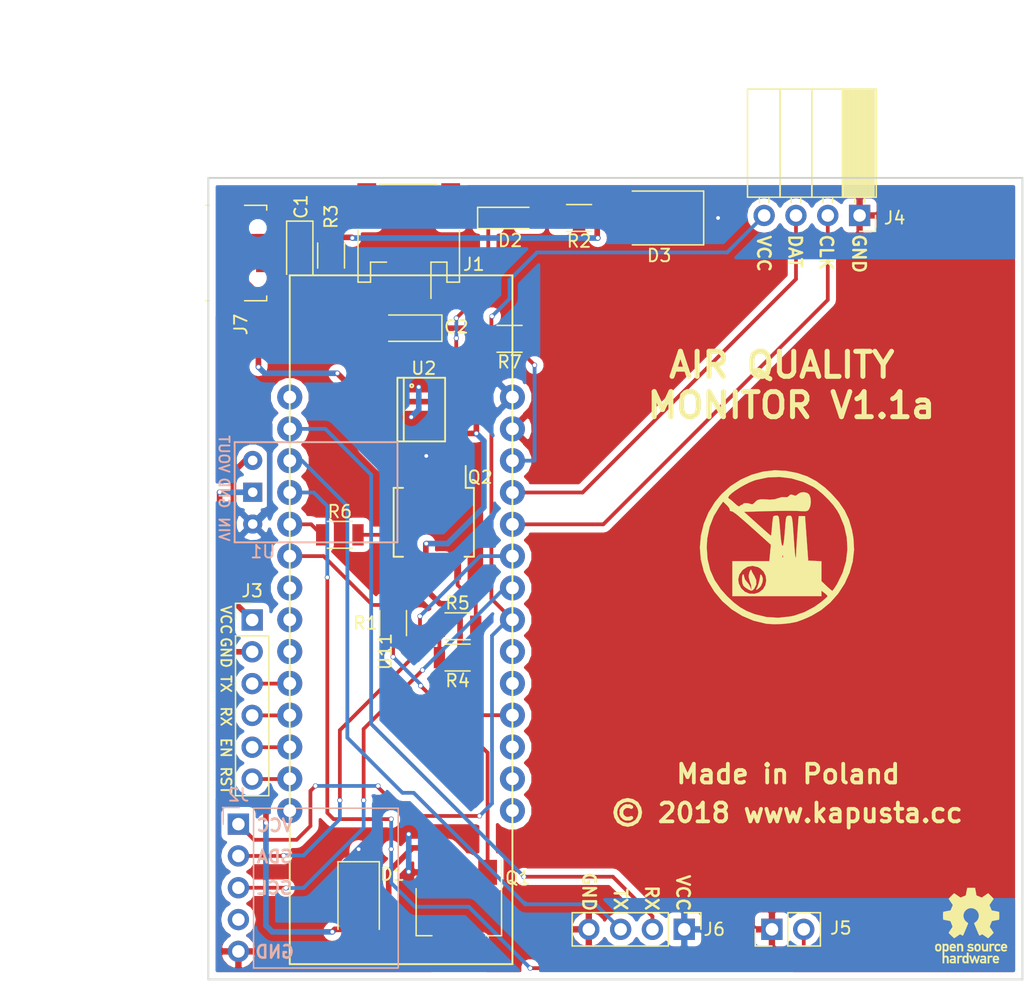
<source format=kicad_pcb>
(kicad_pcb (version 4) (host pcbnew 4.0.7)
  (layers (0 F.Cu signal) (31 B.Cu signal) (34 B.Paste user) (35 F.Paste user) (36 B.SilkS user) (37 F.SilkS user) (38 B.Mask user) (39 F.Mask user) (44 Edge.Cuts user))
  (net 0 "")
  (net 1 VCC)
  (net 2 RTC_SDA)
  (net 3 RTC_SCL)
  (net 4 5V)
  (net 5 "Net-(J3-Pad3)")
  (net 6 "Net-(J3-Pad4)")
  (net 7 "Net-(J3-Pad5)")
  (net 8 "Net-(J3-Pad6)")
  (net 9 SHT10_SCK)
  (net 10 SHT10_DATA)
  (net 11 "Net-(Q1-Pad1)")
  (net 12 PMS_EN)
  (net 13 RX)
  (net 14 TX)
  (net 15 P2)
  (net 16 5V_GND)
  (net 17 +USB)
  (net 18 -USB)
  (net 19 VBATT+)
  (net 20 "Net-(D2-Pad2)")
  (net 21 "Net-(D2-Pad1)")
  (net 22 ADC_EN)
  (net 23 "Net-(Q2-Pad8)")
  (net 24 ADC)
  (net 25 "Net-(J7-Pad6)")
  (net 26 "Net-(Q2-Pad2)")
  (net 27 SHT_RTC_VCC)
  (net 28 3V3)
  (module Capacitors_Tantalum_SMD:CP_Tantalum_Case-A_EIA-3216-18_Reflow (layer F.Cu) (at 71 45.7 270)
    (fp_text reference C1 (at -3.8 -0.1 270) (layer F.SilkS))
    (fp_text value 4.7uF)
    (pad 1 smd rect (at -1.375 0 270) (size 1.95 1.5) (layers F.Cu F.Paste F.Mask) (net 17 +USB))
    (pad 2 smd rect (at 1.375 0 270) (size 1.95 1.5) (layers F.Cu F.Paste F.Mask) (net 18 -USB))
  )
  (module Capacitors_Tantalum_SMD:CP_Tantalum_Case-A_EIA-3216-18_Reflow (layer F.Cu) (at 79.7 51.6 180)
    (fp_text reference C2 (at -3.8 0.1 180) (layer F.SilkS))
    (fp_text value 10uF)
    (pad 1 smd rect (at -1.375 0 180) (size 1.95 1.5) (layers F.Cu F.Paste F.Mask) (net 19 VBATT+))
    (pad 2 smd rect (at 1.375 0 180) (size 1.95 1.5) (layers F.Cu F.Paste F.Mask) (net 18 -USB))
  )
  (module Diodes_SMD:D_SMA (layer F.Cu) (at 75.7 97.6 270)
    (fp_text reference D1 (at -2.4 -2.7 360) (layer F.SilkS))
    (fp_text value D)
    (pad 1 smd rect (at -2 0 270) (size 2.5 1.8) (layers F.Cu F.Paste F.Mask) (net 1 VCC))
    (pad 2 smd rect (at 2 0 270) (size 2.5 1.8) (layers F.Cu F.Paste F.Mask) (net 16 5V_GND))
  )
  (module LEDs:LED_1206 (layer F.Cu) (at 87.7 42.8)
    (fp_text reference D2 (at 0.1 1.8) (layer F.SilkS))
    (fp_text value LED)
    (pad 2 smd rect (at 1.65 0 180) (size 1.5 1.5) (layers F.Cu F.Paste F.Mask) (net 20 "Net-(D2-Pad2)"))
    (pad 1 smd rect (at -1.65 0 180) (size 1.5 1.5) (layers F.Cu F.Paste F.Mask) (net 21 "Net-(D2-Pad1)"))
  )
  (module Connectors_JST:JST_PH_S2B-PH-SM4-TB_02x2.00mm_Angled (layer F.Cu) (at 79.7 44.6 180)
    (fp_text reference J1 (at -5.2 -1.9 180) (layer F.SilkS))
    (fp_text value Battery)
    (pad 1 smd rect (at -1 -2.875 180) (size 1 3.5) (layers F.Cu F.Paste F.Mask) (net 19 VBATT+))
    (pad 2 smd rect (at 1 -2.875 180) (size 1 3.5) (layers F.Cu F.Paste F.Mask) (net 18 -USB))
    (pad "" smd rect (at -3.35 2.875 180) (size 1.5 3.4) (layers F.Cu F.Paste F.Mask))
    (pad "" smd rect (at 3.35 2.875 180) (size 1.5 3.4) (layers F.Cu F.Paste F.Mask))
  )
  (module Socket_Strips:Socket_Strip_Angled_1x04_Pitch2.54mm (layer F.Cu) (at 115.7 42.6 270)
    (fp_text reference J4 (at 0.2 -2.8 360) (layer F.SilkS))
    (fp_text value SHT10)
    (pad 1 thru_hole rect (at 0 0 270) (size 1.7 1.7) (drill 1) (layers *.Cu *.Mask) (net 18 -USB))
    (pad 2 thru_hole oval (at 0 2.54 270) (size 1.7 1.7) (drill 1) (layers *.Cu *.Mask) (net 9 SHT10_SCK))
    (pad 3 thru_hole oval (at 0 5.08 270) (size 1.7 1.7) (drill 1) (layers *.Cu *.Mask) (net 10 SHT10_DATA))
    (pad 4 thru_hole oval (at 0 7.62 270) (size 1.7 1.7) (drill 1) (layers *.Cu *.Mask) (net 27 SHT_RTC_VCC))
  )
  (module TO_SOT_Packages_SMD:SOT-223-3_TabPin2 (layer F.Cu) (at 83.7 98.2 270)
    (fp_text reference Q1 (at -2.7 -4.7 360) (layer F.SilkS))
    (fp_text value IRF540N)
    (pad 2 smd rect (at 3.15 0 270) (size 2 3.8) (layers F.Cu F.Paste F.Mask) (net 16 5V_GND))
    (pad 2 smd rect (at -3.15 0 270) (size 2 1.5) (layers F.Cu F.Paste F.Mask) (net 16 5V_GND))
    (pad 3 smd rect (at -3.15 2.3 270) (size 2 1.5) (layers F.Cu F.Paste F.Mask) (net 18 -USB))
    (pad 1 smd rect (at -3.15 -2.3 270) (size 2 1.5) (layers F.Cu F.Paste F.Mask) (net 11 "Net-(Q1-Pad1)"))
  )
  (module Housings_SOIC:SO-8_5.3x6.2mm_Pitch1.27mm (layer F.Cu) (at 81.7 67.1 270)
    (fp_text reference Q2 (at -3.6 -3.7 360) (layer F.SilkS))
    (fp_text value IRF7309IPBF)
    (pad 1 smd rect (at -3.7 -1.905 270) (size 1.75 0.55) (layers F.Cu F.Paste F.Mask) (net 18 -USB))
    (pad 2 smd rect (at -3.7 -0.635 270) (size 1.75 0.55) (layers F.Cu F.Paste F.Mask) (net 26 "Net-(Q2-Pad2)"))
    (pad 3 smd rect (at -3.7 0.635 270) (size 1.75 0.55) (layers F.Cu F.Paste F.Mask) (net 1 VCC))
    (pad 4 smd rect (at -3.7 1.905 270) (size 1.75 0.55) (layers F.Cu F.Paste F.Mask) (net 17 +USB))
    (pad 5 smd rect (at 3.7 1.905 270) (size 1.75 0.55) (layers F.Cu F.Paste F.Mask))
    (pad 6 smd rect (at 3.7 0.635 270) (size 1.75 0.55) (layers F.Cu F.Paste F.Mask) (net 19 VBATT+))
    (pad 7 smd rect (at 3.7 -0.635 270) (size 1.75 0.55) (layers F.Cu F.Paste F.Mask))
    (pad 8 smd rect (at 3.7 -1.905 270) (size 1.75 0.55) (layers F.Cu F.Paste F.Mask) (net 23 "Net-(Q2-Pad8)"))
  )
  (module Resistors_SMD:R_1206 (layer F.Cu) (at 78.45 75.15 270)
    (fp_text reference R1 (at 0 2.2 360) (layer F.SilkS))
    (fp_text value 100)
    (pad 1 smd rect (at -1.45 0 270) (size 0.9 1.7) (layers F.Cu F.Paste F.Mask) (net 12 PMS_EN))
    (pad 2 smd rect (at 1.45 0 270) (size 0.9 1.7) (layers F.Cu F.Paste F.Mask) (net 11 "Net-(Q1-Pad1)"))
  )
  (module Resistors_SMD:R_1206 (layer F.Cu) (at 93.3 42.8 180)
    (fp_text reference R2 (at 0 -1.85 180) (layer F.SilkS))
    (fp_text value 470)
    (pad 1 smd rect (at -1.45 0 180) (size 0.9 1.7) (layers F.Cu F.Paste F.Mask) (net 17 +USB))
    (pad 2 smd rect (at 1.45 0 180) (size 0.9 1.7) (layers F.Cu F.Paste F.Mask) (net 20 "Net-(D2-Pad2)"))
  )
  (module Resistors_SMD:R_1206 (layer F.Cu) (at 73.5 45.8 270)
    (fp_text reference R3 (at -3.1 0 270) (layer F.SilkS))
    (fp_text value 100k)
    (pad 1 smd rect (at -1.45 0 270) (size 0.9 1.7) (layers F.Cu F.Paste F.Mask) (net 17 +USB))
    (pad 2 smd rect (at 1.45 0 270) (size 0.9 1.7) (layers F.Cu F.Paste F.Mask) (net 18 -USB))
  )
  (module Resistors_SMD:R_1206 (layer F.Cu) (at 83.6 77.9 180)
    (fp_text reference R4 (at 0 -1.85 180) (layer F.SilkS))
    (fp_text value 100k)
    (pad 1 smd rect (at -1.45 0 180) (size 0.9 1.7) (layers F.Cu F.Paste F.Mask) (net 19 VBATT+))
    (pad 2 smd rect (at 1.45 0 180) (size 0.9 1.7) (layers F.Cu F.Paste F.Mask) (net 24 ADC))
  )
  (module Resistors_SMD:R_1206 (layer F.Cu) (at 83.6 75.4)
    (fp_text reference R5 (at 0 -1.85) (layer F.SilkS))
    (fp_text value 47k)
    (pad 1 smd rect (at -1.45 0) (size 0.9 1.7) (layers F.Cu F.Paste F.Mask) (net 24 ADC))
    (pad 2 smd rect (at 1.45 0) (size 0.9 1.7) (layers F.Cu F.Paste F.Mask) (net 23 "Net-(Q2-Pad8)"))
  )
  (module Resistors_SMD:R_1206 (layer F.Cu) (at 74.2 68.1)
    (fp_text reference R6 (at 0 -1.85) (layer F.SilkS))
    (fp_text value 100)
    (pad 1 smd rect (at -1.45 0) (size 0.9 1.7) (layers F.Cu F.Paste F.Mask) (net 22 ADC_EN))
    (pad 2 smd rect (at 1.45 0) (size 0.9 1.7) (layers F.Cu F.Paste F.Mask) (net 26 "Net-(Q2-Pad2)"))
  )
  (module Pololu:U3V12F9 (layer B.Cu) (at 78.8 68.7 180)
    (fp_text reference U1 (at 10.75 -0.75 180) (layer B.SilkS) (effects (justify mirror)))
    (fp_text value U3V12F5)
    (pad 1 thru_hole circle (at 11.557 1.4605 180) (size 1.524 1.524) (drill 0.762) (layers *.Cu *.Mask) (net 1 VCC))
    (pad 2 thru_hole rect (at 11.557 4.0005 180) (size 1.524 1.524) (drill 0.762) (layers *.Cu *.Mask) (net 16 5V_GND))
    (pad 3 thru_hole circle (at 11.557 6.5405 180) (size 1.524 1.524) (drill 0.762) (layers *.Cu *.Mask) (net 4 5V))
  )
  (module Power_Integrations:SO-8 (layer F.Cu) (at 80.7 58.1 270)
    (fp_text reference U2 (at -3.3 -0.2 360) (layer F.SilkS))
    (fp_text value MAX1811)
    (pad 1 smd oval (at -1.905 2.794 270) (size 0.6096 1.4732) (layers F.Cu F.Paste F.Mask) (net 17 +USB))
    (pad 2 smd oval (at -0.635 2.794 270) (size 0.6096 1.4732) (layers F.Cu F.Paste F.Mask) (net 17 +USB))
    (pad 3 smd oval (at 0.635 2.794 270) (size 0.6096 1.4732) (layers F.Cu F.Paste F.Mask) (net 18 -USB))
    (pad 4 smd oval (at 1.905 2.794 270) (size 0.6096 1.4732) (layers F.Cu F.Paste F.Mask) (net 17 +USB))
    (pad 5 smd oval (at 1.905 -2.794 270) (size 0.6096 1.4732) (layers F.Cu F.Paste F.Mask) (net 19 VBATT+))
    (pad 6 smd oval (at 0.635 -2.794 270) (size 0.6096 1.4732) (layers F.Cu F.Paste F.Mask))
    (pad 7 smd oval (at -0.635 -2.794 270) (size 0.6096 1.4732) (layers F.Cu F.Paste F.Mask) (net 17 +USB))
    (pad 8 smd oval (at -1.905 -2.794 270) (size 0.6096 1.4732) (layers F.Cu F.Paste F.Mask) (net 21 "Net-(D2-Pad1)"))
  )
  (module Pycom:LoPy_with_headers (layer F.Cu) (at 70.2 57.1 270)
    (fp_text reference U11 (at 20.32 -7.62 270) (layer F.SilkS))
    (fp_text value LoPy4)
    (pad 1 thru_hole circle (at 0 0 270) (size 2 2) (drill 1.02) (layers *.Cu *.Mask))
    (pad 2 thru_hole circle (at 2.54 0 270) (size 2 2) (drill 1.02) (layers *.Cu *.Mask) (net 13 RX))
    (pad 3 thru_hole circle (at 5.08 0 270) (size 2 2) (drill 1.02) (layers *.Cu *.Mask) (net 14 TX))
    (pad 4 thru_hole circle (at 7.62 0 270) (size 2 2) (drill 1.02) (layers *.Cu *.Mask) (net 15 P2))
    (pad 5 thru_hole circle (at 10.16 0 270) (size 2 2) (drill 1.02) (layers *.Cu *.Mask) (net 22 ADC_EN))
    (pad 6 thru_hole circle (at 12.7 0 270) (size 2 2) (drill 1.02) (layers *.Cu *.Mask) (net 12 PMS_EN))
    (pad 7 thru_hole circle (at 15.24 0 270) (size 2 2) (drill 1.02) (layers *.Cu *.Mask))
    (pad 8 thru_hole circle (at 17.78 0 270) (size 2 2) (drill 1.02) (layers *.Cu *.Mask))
    (pad 9 thru_hole circle (at 20.32 0 270) (size 2 2) (drill 1.02) (layers *.Cu *.Mask))
    (pad 10 thru_hole circle (at 22.86 0 270) (size 2 2) (drill 1.02) (layers *.Cu *.Mask) (net 5 "Net-(J3-Pad3)"))
    (pad 11 thru_hole circle (at 25.4 0 270) (size 2 2) (drill 1.02) (layers *.Cu *.Mask) (net 6 "Net-(J3-Pad4)"))
    (pad 12 thru_hole circle (at 27.94 0 270) (size 2 2) (drill 1.02) (layers *.Cu *.Mask) (net 7 "Net-(J3-Pad5)"))
    (pad 13 thru_hole circle (at 30.48 0 270) (size 2 2) (drill 1.02) (layers *.Cu *.Mask) (net 8 "Net-(J3-Pad6)"))
    (pad 14 thru_hole circle (at 33.02 0 270) (size 2 2) (drill 1.02) (layers *.Cu *.Mask))
    (pad 15 thru_hole circle (at 33.02 -17.78 270) (size 2 2) (drill 1.02) (layers *.Cu *.Mask))
    (pad 16 thru_hole circle (at 30.48 -17.78 270) (size 2 2) (drill 1.02) (layers *.Cu *.Mask))
    (pad 17 thru_hole circle (at 27.94 -17.78 270) (size 2 2) (drill 1.02) (layers *.Cu *.Mask))
    (pad 18 thru_hole circle (at 25.4 -17.78 270) (size 2 2) (drill 1.02) (layers *.Cu *.Mask) (net 24 ADC))
    (pad 19 thru_hole circle (at 22.86 -17.78 270) (size 2 2) (drill 1.02) (layers *.Cu *.Mask))
    (pad 20 thru_hole circle (at 20.32 -17.78 270) (size 2 2) (drill 1.02) (layers *.Cu *.Mask))
    (pad 21 thru_hole circle (at 17.78 -17.78 270) (size 2 2) (drill 1.02) (layers *.Cu *.Mask) (net 27 SHT_RTC_VCC))
    (pad 22 thru_hole circle (at 15.24 -17.78 270) (size 2 2) (drill 1.02) (layers *.Cu *.Mask) (net 3 RTC_SCL))
    (pad 23 thru_hole circle (at 12.7 -17.78 270) (size 2 2) (drill 1.02) (layers *.Cu *.Mask) (net 2 RTC_SDA))
    (pad 24 thru_hole circle (at 10.16 -17.78 270) (size 2 2) (drill 1.02) (layers *.Cu *.Mask) (net 9 SHT10_SCK))
    (pad 25 thru_hole circle (at 7.62 -17.78 270) (size 2 2) (drill 1.02) (layers *.Cu *.Mask) (net 10 SHT10_DATA))
    (pad 26 thru_hole circle (at 5.08 -17.78 270) (size 2 2) (drill 1.02) (layers *.Cu *.Mask) (net 28 3V3))
    (pad 27 thru_hole circle (at 2.54 -17.78 270) (size 2 2) (drill 1.02) (layers *.Cu *.Mask) (net 18 -USB))
    (pad 28 thru_hole circle (at 0 -17.78 270) (size 2 2) (drill 1.02) (layers *.Cu *.Mask) (net 1 VCC))
  )
  (module Diodes_SMD:D_SMB (layer F.Cu) (at 99.7 42.8 180)
    (fp_text reference D3 (at 0 -3 180) (layer F.SilkS))
    (fp_text value D_Schottky)
    (pad 1 smd rect (at -2.15 0 180) (size 2.5 2.3) (layers F.Cu F.Paste F.Mask) (net 1 VCC))
    (pad 2 smd rect (at 2.15 0 180) (size 2.5 2.3) (layers F.Cu F.Paste F.Mask) (net 17 +USB))
  )
  (module various:USB_Micro-B_91-US01-517 (layer F.Cu) (at 66.7 45.6 270)
    (fp_text reference J7 (at 5.7 0.4 450) (layer F.SilkS))
    (fp_text value USB_OTG)
    (pad "" np_thru_hole circle (at -2 -0.95 270) (size 0.4 0.4) (drill 0.4) (layers *.Cu *.Mask))
    (pad 1 smd rect (at -1.3 -1.5 270) (size 0.45 1.38) (layers F.Cu F.Paste F.Mask) (net 17 +USB))
    (pad 2 smd rect (at -0.65 -1.5 270) (size 0.45 1.38) (layers F.Cu F.Paste F.Mask))
    (pad 3 smd rect (at 0 -1.5 270) (size 0.45 1.38) (layers F.Cu F.Paste F.Mask))
    (pad 4 smd rect (at 0.65 -1.5 270) (size 0.45 1.38) (layers F.Cu F.Paste F.Mask))
    (pad 5 smd rect (at 1.3 -1.5 270) (size 0.45 1.38) (layers F.Cu F.Paste F.Mask) (net 18 -USB))
    (pad 6 smd rect (at -3.8 1.2 270) (size 1.4 1.9) (layers F.Cu F.Paste F.Mask) (net 25 "Net-(J7-Pad6)"))
    (pad 6 smd rect (at 3.8 1.2 270) (size 1.4 1.9) (layers F.Cu F.Paste F.Mask) (net 25 "Net-(J7-Pad6)"))
    (pad "" np_thru_hole circle (at 2 -0.95 270) (size 0.4 0.4) (drill 0.4) (layers *.Cu *.Mask))
  )
  (module various:DS3231 (layer B.Cu) (at 66.1 91.2 180)
    (fp_text reference J2 (at 0 2.33 180) (layer B.SilkS) (effects (justify mirror)))
    (fp_text value DS3231)
    (pad 1 thru_hole rect (at 0 0 180) (size 1.7 1.7) (drill 1) (layers *.Cu *.Mask) (net 27 SHT_RTC_VCC))
    (pad 2 thru_hole oval (at 0 -2.54 180) (size 1.7 1.7) (drill 1) (layers *.Cu *.Mask) (net 2 RTC_SDA))
    (pad 3 thru_hole oval (at 0 -5.08 180) (size 1.7 1.7) (drill 1) (layers *.Cu *.Mask) (net 3 RTC_SCL))
    (pad 4 thru_hole oval (at 0 -7.62 180) (size 1.7 1.7) (drill 1) (layers *.Cu *.Mask))
    (pad 5 thru_hole oval (at 0 -10.16 180) (size 1.7 1.7) (drill 1) (layers *.Cu *.Mask) (net 18 -USB))
  )
  (module Pin_Headers:Pin_Header_Straight_1x04_Pitch2.54mm (layer F.Cu) (at 101.7 99.6 270)
    (fp_text reference J6 (at 0 -2.4 360) (layer F.SilkS))
    (fp_text value PROG)
    (pad 1 thru_hole rect (at 0 0 270) (size 1.7 1.7) (drill 1) (layers *.Cu *.Mask) (net 1 VCC))
    (pad 2 thru_hole oval (at 0 2.54 270) (size 1.7 1.7) (drill 1) (layers *.Cu *.Mask) (net 13 RX))
    (pad 3 thru_hole oval (at 0 5.08 270) (size 1.7 1.7) (drill 1) (layers *.Cu *.Mask) (net 14 TX))
    (pad 4 thru_hole oval (at 0 7.62 270) (size 1.7 1.7) (drill 1) (layers *.Cu *.Mask) (net 18 -USB))
  )
  (module Pin_Headers:Pin_Header_Straight_1x02_Pitch2.54mm (layer F.Cu) (at 108.7 99.6 90)
    (fp_text reference J5 (at 0.1 5.5 180) (layer F.SilkS))
    (fp_text value P2)
    (pad 1 thru_hole rect (at 0 0 90) (size 1.7 1.7) (drill 1) (layers *.Cu *.Mask) (net 18 -USB))
    (pad 2 thru_hole oval (at 0 2.54 90) (size 1.7 1.7) (drill 1) (layers *.Cu *.Mask) (net 15 P2))
  )
  (module various:pollution (layer F.Cu) (at 109.1 69.1)
    (fp_text reference G*** hide)
    (fp_text value LOGO hide)
  )
  (module Symbols:OSHW-Logo_5.7x6mm_SilkScreen (layer F.Cu) (at 124.6 99.3)
    (fp_text reference REF*** hide)
    (fp_text value OSHW-Logo_5.7x6mm_SilkScreen hide)
  )
  (module Resistors_SMD:R_1206 (layer F.Cu) (at 87.75 52.45 180)
    (fp_text reference R7 (at 0 -1.85 180) (layer F.SilkS))
    (fp_text value 100)
    (pad 1 smd rect (at -1.45 0 180) (size 0.9 1.7) (layers F.Cu F.Paste F.Mask) (net 28 3V3))
    (pad 2 smd rect (at 1.45 0 180) (size 0.9 1.7) (layers F.Cu F.Paste F.Mask) (net 27 SHT_RTC_VCC))
  )
  (module Socket_Strips:Socket_Strip_Straight_1x06_Pitch2.54mm (layer F.Cu) (at 67.2 74.9)
    (fp_text reference J3 (at 0 -2.33) (layer F.SilkS))
    (fp_text value PMS5003)
    (pad 1 thru_hole rect (at 0 0) (size 1.7 1.7) (drill 1) (layers *.Cu *.Mask) (net 4 5V))
    (pad 2 thru_hole oval (at 0 2.54) (size 1.7 1.7) (drill 1) (layers *.Cu *.Mask) (net 16 5V_GND))
    (pad 3 thru_hole oval (at 0 5.08) (size 1.7 1.7) (drill 1) (layers *.Cu *.Mask) (net 5 "Net-(J3-Pad3)"))
    (pad 4 thru_hole oval (at 0 7.62) (size 1.7 1.7) (drill 1) (layers *.Cu *.Mask) (net 6 "Net-(J3-Pad4)"))
    (pad 5 thru_hole oval (at 0 10.16) (size 1.7 1.7) (drill 1) (layers *.Cu *.Mask) (net 7 "Net-(J3-Pad5)"))
    (pad 6 thru_hole oval (at 0 12.7) (size 1.7 1.7) (drill 1) (layers *.Cu *.Mask) (net 8 "Net-(J3-Pad6)"))
  )
  (gr_text VCC (at 108.05 45.65 270) (layer F.SilkS) (effects (font (size 1 1) (thickness 0.2))))
  (gr_text "Made in Poland" (at 110 87.2 360) (layer F.SilkS) (effects (font (size 1.5 1.5) (thickness 0.3))))
  (gr_text "© 2018 www.kapusta.cc" (at 109.9 90.3 360) (layer F.SilkS) (effects (font (size 1.5 1.5) (thickness 0.3))))
  (gr_text "AIR QUALITY \nMONITOR V1.1a" (at 110.25 56.15 360) (layer F.SilkS) (effects (font (size 2 2) (thickness 0.4))))
  (gr_text VOUT (at 64.95 61.65 270) (layer B.SilkS) (effects (font (size 0.8 0.8)) (justify mirror)))
  (gr_text VIN (at 64.95 67.65 270) (layer B.SilkS) (effects (font (size 0.8 0.8)) (justify mirror)))
  (gr_text GND (at 64.95 64.75 270) (layer B.SilkS) (effects (font (size 0.8 0.8)) (justify mirror)))
  (gr_text GND (at 69 101.4 360) (layer B.SilkS) (effects (font (size 1 1) (thickness 0.2)) (justify mirror)))
  (gr_text SCL (at 69 96.3 360) (layer B.SilkS) (effects (font (size 1 1) (thickness 0.2)) (justify mirror)))
  (gr_text SDA (at 69 93.8 360) (layer B.SilkS) (effects (font (size 1 1) (thickness 0.2)) (justify mirror)))
  (gr_text VCC (at 69 91.3 360) (layer B.SilkS) (effects (font (size 1 1) (thickness 0.2)) (justify mirror)))
  (gr_text RST (at 65.1 87.7 270) (layer F.SilkS) (effects (font (size 0.8 0.8))))
  (gr_text EN (at 65.1 85.1 270) (layer F.SilkS) (effects (font (size 0.8 0.8))))
  (gr_text RX (at 65.1 82.6 270) (layer F.SilkS) (effects (font (size 0.8 0.8))))
  (gr_text TX (at 65.1 80 270) (layer F.SilkS) (effects (font (size 0.8 0.8))))
  (gr_text GND (at 65.1 77.5 270) (layer F.SilkS) (effects (font (size 0.8 0.8))))
  (gr_text VCC (at 65.1 74.9 270) (layer F.SilkS) (effects (font (size 0.8 0.8))))
  (gr_text GND (at 94.1 96.6 270) (layer F.SilkS) (effects (font (size 1 1) (thickness 0.2))))
  (gr_text TX (at 96.6 97.2 270) (layer F.SilkS) (effects (font (size 1 1) (thickness 0.2))))
  (gr_text "RX\n" (at 99.1 97.1 270) (layer F.SilkS) (effects (font (size 1 1) (thickness 0.2))))
  (gr_text VCC (at 101.6 96.7 270) (layer F.SilkS) (effects (font (size 1 1) (thickness 0.2))))
  (gr_text GND (at 115.65 45.65 270) (layer F.SilkS) (effects (font (size 1 1) (thickness 0.2))))
  (gr_text DAT (at 110.55 45.45 270) (layer F.SilkS) (effects (font (size 1 1) (thickness 0.2))))
  (gr_text CLK (at 113.05 45.55 270) (layer F.SilkS) (effects (font (size 1 1) (thickness 0.2))))
  (gr_line (start 63.7 103.6) (end 63.7 39.6) (angle 90) (layer Edge.Cuts) (width 0.15))
  (gr_line (start 128.7 103.6) (end 63.7 103.6) (angle 90) (layer Edge.Cuts) (width 0.15))
  (gr_line (start 128.7 39.6) (end 128.7 103.6) (angle 90) (layer Edge.Cuts) (width 0.15))
  (gr_line (start 63.7 39.6) (end 128.7 39.6) (angle 90) (layer Edge.Cuts) (width 0.15))
  (segment (start 67.243 67.2395) (end 67.4605 67.2395) (width 0.45) (layer B.Cu) (net 1))
  (segment (start 67.4605 67.2395) (end 68.6 66.1) (width 0.45) (layer B.Cu) (net 1))
  (segment (start 68.6 66.1) (end 68.6 59.3) (width 0.45) (layer B.Cu) (net 1))
  (segment (start 68.6 59.3) (end 67.6 58.3) (width 0.45) (layer B.Cu) (net 1))
  (segment (start 101.85 42.8) (end 104.4 42.8) (width 0.45) (layer F.Cu) (net 1))
  (via (at 104.4 42.8) (size 0.4) (drill 0.3) (layers F.Cu B.Cu) (net 1))
  (segment (start 75.7 95.6) (end 75.7 93.2) (width 0.45) (layer F.Cu) (net 1))
  (via (at 75.7 93.2) (size 0.4) (drill 0.3) (layers F.Cu B.Cu) (net 1))
  (segment (start 81.065 63.4) (end 81.065 61.835) (width 0.45) (layer F.Cu) (net 1))
  (via (at 81.1 61.8) (size 0.4) (drill 0.3) (layers F.Cu B.Cu) (net 1))
  (segment (start 81.065 61.835) (end 81.1 61.8) (width 0.45) (layer F.Cu) (net 1))
  (segment (start 66.1 93.74) (end 69.66 93.74) (width 0.3) (layer F.Cu) (net 2))
  (segment (start 85.4 69.8) (end 87.98 69.8) (width 0.3) (layer B.Cu) (net 2))
  (segment (start 80.6 74.6) (end 85.4 69.8) (width 0.3) (layer B.Cu) (net 2))
  (via (at 80.6 74.6) (size 0.4) (drill 0.3) (layers F.Cu B.Cu) (net 2))
  (segment (start 80.6 77.3) (end 80.6 74.6) (width 0.3) (layer F.Cu) (net 2))
  (segment (start 74.2 83.7) (end 80.6 77.3) (width 0.3) (layer F.Cu) (net 2))
  (segment (start 74.2 89.3) (end 74.2 83.7) (width 0.3) (layer F.Cu) (net 2))
  (via (at 74.2 89.3) (size 0.4) (drill 0.3) (layers F.Cu B.Cu) (net 2))
  (segment (start 74.2 90.8) (end 74.2 89.3) (width 0.3) (layer B.Cu) (net 2))
  (segment (start 71.3 93.7) (end 74.2 90.8) (width 0.3) (layer B.Cu) (net 2))
  (segment (start 69.7 93.7) (end 71.3 93.7) (width 0.3) (layer B.Cu) (net 2))
  (via (at 69.7 93.7) (size 0.4) (drill 0.3) (layers F.Cu B.Cu) (net 2))
  (segment (start 69.66 93.74) (end 69.7 93.7) (width 0.3) (layer F.Cu) (net 2))
  (segment (start 87.98 72.34) (end 87.36 72.34) (width 0.3) (layer B.Cu) (net 3))
  (segment (start 87.36 72.34) (end 80.8 78.9) (width 0.3) (layer B.Cu) (net 3))
  (via (at 80.8 78.9) (size 0.4) (drill 0.3) (layers F.Cu B.Cu) (net 3))
  (segment (start 80.8 78.9) (end 76.1 83.6) (width 0.3) (layer F.Cu) (net 3))
  (segment (start 76.1 83.6) (end 76.1 89.3) (width 0.3) (layer F.Cu) (net 3))
  (via (at 76.1 89.3) (size 0.4) (drill 0.3) (layers F.Cu B.Cu) (net 3))
  (segment (start 76.1 89.3) (end 76.1 91.5) (width 0.3) (layer B.Cu) (net 3))
  (segment (start 76.1 91.5) (end 71.3 96.3) (width 0.3) (layer B.Cu) (net 3))
  (segment (start 71.3 96.3) (end 69.9 96.3) (width 0.3) (layer B.Cu) (net 3))
  (via (at 69.9 96.3) (size 0.4) (drill 0.3) (layers F.Cu B.Cu) (net 3))
  (segment (start 69.9 96.3) (end 69.88 96.28) (width 0.3) (layer F.Cu) (net 3))
  (segment (start 69.88 96.28) (end 66.1 96.28) (width 0.3) (layer F.Cu) (net 3))
  (segment (start 67.243 62.1595) (end 66.6405 62.1595) (width 0.45) (layer F.Cu) (net 4))
  (segment (start 66.6405 62.1595) (end 65.7 63.1) (width 0.45) (layer F.Cu) (net 4))
  (segment (start 65.7 63.1) (end 65.7 73.4) (width 0.45) (layer F.Cu) (net 4))
  (segment (start 65.7 73.4) (end 67.2 74.9) (width 0.45) (layer F.Cu) (net 4))
  (segment (start 67.2 79.98) (end 70.18 79.98) (width 0.3) (layer F.Cu) (net 5))
  (segment (start 70.18 79.98) (end 70.2 79.96) (width 0.3) (layer F.Cu) (net 5))
  (segment (start 67.2 82.52) (end 70.18 82.52) (width 0.3) (layer F.Cu) (net 6))
  (segment (start 70.18 82.52) (end 70.2 82.5) (width 0.3) (layer F.Cu) (net 6))
  (segment (start 67.2 85.06) (end 70.18 85.06) (width 0.3) (layer F.Cu) (net 7))
  (segment (start 70.18 85.06) (end 70.2 85.04) (width 0.3) (layer F.Cu) (net 7))
  (segment (start 67.2 87.6) (end 70.18 87.6) (width 0.3) (layer F.Cu) (net 8))
  (segment (start 70.18 87.6) (end 70.2 87.58) (width 0.3) (layer F.Cu) (net 8))
  (segment (start 94.34 67.26) (end 95.24 67.26) (width 0.3) (layer F.Cu) (net 9))
  (segment (start 87.98 67.26) (end 94.34 67.26) (width 0.3) (layer F.Cu) (net 9))
  (segment (start 113.16 49.34) (end 113.16 42.6) (width 0.3) (layer F.Cu) (net 9))
  (segment (start 95.24 67.26) (end 113.16 49.34) (width 0.3) (layer F.Cu) (net 9))
  (segment (start 110.62 42.6) (end 110.62 47.68) (width 0.3) (layer F.Cu) (net 10))
  (segment (start 93.58 64.72) (end 87.98 64.72) (width 0.3) (layer F.Cu) (net 10))
  (segment (start 110.62 47.68) (end 93.58 64.72) (width 0.3) (layer F.Cu) (net 10))
  (segment (start 78.45 76.6) (end 78.45 77.85) (width 0.3) (layer F.Cu) (net 11))
  (segment (start 86 85.5) (end 86 95.05) (width 0.3) (layer F.Cu) (net 11))
  (segment (start 80.65 80.15) (end 86 85.5) (width 0.3) (layer F.Cu) (net 11))
  (via (at 80.65 80.15) (size 0.4) (drill 0.3) (layers F.Cu B.Cu) (net 11))
  (segment (start 80.65 80.05) (end 80.65 80.15) (width 0.3) (layer B.Cu) (net 11))
  (segment (start 78.45 77.85) (end 80.65 80.05) (width 0.3) (layer B.Cu) (net 11))
  (via (at 78.45 77.85) (size 0.4) (drill 0.3) (layers F.Cu B.Cu) (net 11))
  (segment (start 85.5 94.55) (end 86 95.05) (width 0.3) (layer F.Cu) (net 11))
  (segment (start 70.2 69.8) (end 72.9 69.8) (width 0.3) (layer F.Cu) (net 12))
  (segment (start 76.8 73.7) (end 78.45 73.7) (width 0.3) (layer F.Cu) (net 12))
  (segment (start 72.9 69.8) (end 76.8 73.7) (width 0.3) (layer F.Cu) (net 12))
  (segment (start 70.2 69.8) (end 70.1 69.8) (width 0.3) (layer F.Cu) (net 12))
  (segment (start 70.2 69.8) (end 70.4 69.8) (width 0.3) (layer F.Cu) (net 12))
  (segment (start 99.16 99.6) (end 99.16 98.56) (width 0.3) (layer F.Cu) (net 13))
  (segment (start 73.04 59.64) (end 70.2 59.64) (width 0.3) (layer B.Cu) (net 13))
  (segment (start 76.7 63.3) (end 73.04 59.64) (width 0.3) (layer B.Cu) (net 13))
  (segment (start 76.7 83.2) (end 76.7 63.3) (width 0.3) (layer B.Cu) (net 13))
  (segment (start 88.9 95.4) (end 76.7 83.2) (width 0.3) (layer B.Cu) (net 13))
  (via (at 88.9 95.4) (size 0.4) (drill 0.3) (layers F.Cu B.Cu) (net 13))
  (segment (start 96 95.4) (end 88.9 95.4) (width 0.3) (layer F.Cu) (net 13))
  (segment (start 99.16 98.56) (end 96 95.4) (width 0.3) (layer F.Cu) (net 13))
  (segment (start 74.8 84.3) (end 79.2 88.7) (width 0.3) (layer B.Cu) (net 14))
  (segment (start 74.8 65.8) (end 74.8 84.3) (width 0.3) (layer B.Cu) (net 14))
  (segment (start 71.18 62.18) (end 74.8 65.8) (width 0.3) (layer B.Cu) (net 14))
  (segment (start 80.1 88.7) (end 89 97.6) (width 0.3) (layer B.Cu) (net 14))
  (segment (start 79.2 88.7) (end 80.1 88.7) (width 0.3) (layer B.Cu) (net 14))
  (segment (start 89 97.6) (end 89 97.5) (width 0.3) (layer B.Cu) (net 14))
  (segment (start 89 97.5) (end 89 97.6) (width 0.3) (layer B.Cu) (net 14))
  (segment (start 70.2 62.18) (end 71.18 62.18) (width 0.3) (layer B.Cu) (net 14))
  (segment (start 89 97.6) (end 89 97.6) (width 0.3) (layer B.Cu) (net 14))
  (segment (start 89 97.6) (end 94.62 97.6) (width 0.3) (layer B.Cu) (net 14))
  (segment (start 94.62 97.6) (end 96.62 99.6) (width 0.3) (layer B.Cu) (net 14))
  (segment (start 76.5 90.8) (end 78.3 90.8) (width 0.3) (layer F.Cu) (net 15))
  (segment (start 111.24 100.96) (end 109.5 102.7) (width 0.3) (layer F.Cu) (net 15))
  (segment (start 109.5 102.7) (end 89.4 102.7) (width 0.3) (layer F.Cu) (net 15))
  (via (at 89.4 102.7) (size 0.4) (drill 0.3) (layers F.Cu B.Cu) (net 15))
  (segment (start 89.4 102.7) (end 84.5 97.8) (width 0.3) (layer B.Cu) (net 15))
  (segment (start 84.5 97.8) (end 80.2 97.8) (width 0.3) (layer B.Cu) (net 15))
  (segment (start 80.2 97.8) (end 78.3 95.9) (width 0.3) (layer B.Cu) (net 15))
  (segment (start 78.3 95.9) (end 78.3 93.2) (width 0.3) (layer B.Cu) (net 15))
  (via (at 78.3 93.2) (size 0.4) (drill 0.3) (layers F.Cu B.Cu) (net 15))
  (segment (start 111.24 99.6) (end 111.24 100.96) (width 0.3) (layer F.Cu) (net 15))
  (segment (start 73.2 65.8) (end 72.12 64.72) (width 0.3) (layer B.Cu) (net 15))
  (segment (start 73.2 71.5) (end 73.2 65.8) (width 0.3) (layer B.Cu) (net 15))
  (via (at 73.2 71.5) (size 0.4) (drill 0.3) (layers F.Cu B.Cu) (net 15))
  (segment (start 73.2 90.3) (end 73.2 71.5) (width 0.3) (layer F.Cu) (net 15))
  (segment (start 73.7 90.8) (end 73.2 90.3) (width 0.3) (layer F.Cu) (net 15))
  (segment (start 76.5 90.8) (end 73.7 90.8) (width 0.3) (layer F.Cu) (net 15))
  (segment (start 72.12 64.72) (end 70.2 64.72) (width 0.3) (layer B.Cu) (net 15))
  (segment (start 78.3 90.8) (end 78.3 93.2) (width 0.3) (layer B.Cu) (net 15))
  (via (at 78.3 90.8) (size 0.4) (drill 0.3) (layers F.Cu B.Cu) (net 15))
  (segment (start 67.2 77.44) (end 64.6 77.44) (width 0.45) (layer F.Cu) (net 16))
  (segment (start 64.6 77.44) (end 64.6 77.5) (width 0.45) (layer F.Cu) (net 16))
  (via (at 68.3 91.1) (size 0.4) (drill 0.3) (layers F.Cu B.Cu) (net 16))
  (segment (start 68.3 99.3) (end 68.8 99.8) (width 0.45) (layer B.Cu) (net 16))
  (segment (start 68.3 91.1) (end 68.3 99.3) (width 0.45) (layer B.Cu) (net 16))
  (segment (start 75.7 99.6) (end 73.8 99.6) (width 0.45) (layer F.Cu) (net 16))
  (segment (start 73.6 99.8) (end 73.8 99.6) (width 0.45) (layer F.Cu) (net 16))
  (via (at 73.6 99.8) (size 0.4) (drill 0.3) (layers F.Cu B.Cu) (net 16))
  (segment (start 68.8 99.8) (end 73.6 99.8) (width 0.45) (layer B.Cu) (net 16))
  (segment (start 64.6005 64.6995) (end 66.6005 64.6995) (width 0.45) (layer B.Cu) (net 16))
  (segment (start 64.6 64.7) (end 64.6005 64.6995) (width 0.45) (layer B.Cu) (net 16))
  (via (at 64.6 64.7) (size 0.4) (drill 0.3) (layers F.Cu B.Cu) (net 16))
  (segment (start 64.6 88.2) (end 64.6 77.5) (width 0.45) (layer F.Cu) (net 16))
  (segment (start 64.6 77.5) (end 64.6 64.7) (width 0.45) (layer F.Cu) (net 16))
  (segment (start 65.7 89.3) (end 64.6 88.2) (width 0.45) (layer F.Cu) (net 16))
  (segment (start 67.6 89.3) (end 65.7 89.3) (width 0.45) (layer F.Cu) (net 16))
  (segment (start 68.3 90) (end 67.6 89.3) (width 0.45) (layer F.Cu) (net 16))
  (segment (start 68.3 91.1) (end 68.3 90) (width 0.45) (layer F.Cu) (net 16))
  (segment (start 66.6005 64.6995) (end 67.243 64.6995) (width 0.45) (layer B.Cu) (net 16))
  (segment (start 67.243 64.6995) (end 66.6005 64.6995) (width 0.45) (layer B.Cu) (net 16))
  (segment (start 83.7 95.05) (end 83.7 93.9) (width 0.45) (layer F.Cu) (net 16))
  (segment (start 83.7 93.9) (end 82.9 93.1) (width 0.45) (layer F.Cu) (net 16))
  (segment (start 82.9 93.1) (end 80 93.1) (width 0.45) (layer F.Cu) (net 16))
  (segment (start 80 93.1) (end 78.1 95) (width 0.45) (layer F.Cu) (net 16))
  (segment (start 78.1 95) (end 78.1 99.6) (width 0.45) (layer F.Cu) (net 16))
  (segment (start 75.7 99.6) (end 78.1 99.6) (width 0.45) (layer F.Cu) (net 16))
  (segment (start 78.1 99.6) (end 81.8 99.6) (width 0.45) (layer F.Cu) (net 16))
  (segment (start 81.8 99.6) (end 81.95 99.6) (width 0.45) (layer F.Cu) (net 16))
  (segment (start 81.95 99.6) (end 83.7 101.35) (width 0.45) (layer F.Cu) (net 16))
  (segment (start 77.906 60.005) (end 76.265 60.005) (width 0.45) (layer F.Cu) (net 17))
  (segment (start 76.3 60) (end 76.265 60) (width 0.45) (layer F.Cu) (net 17))
  (segment (start 76.27 60) (end 76.3 60) (width 0.45) (layer F.Cu) (net 17))
  (segment (start 76.265 60.005) (end 76.27 60) (width 0.45) (layer F.Cu) (net 17))
  (segment (start 76.265 57.465) (end 76.265 60) (width 0.45) (layer F.Cu) (net 17))
  (segment (start 76.265 60) (end 76.265 60.965) (width 0.45) (layer F.Cu) (net 17))
  (segment (start 78.7 63.4) (end 79.795 63.4) (width 0.45) (layer F.Cu) (net 17))
  (segment (start 76.265 60.965) (end 78.7 63.4) (width 0.45) (layer F.Cu) (net 17))
  (segment (start 66.2 47.4) (end 67.7 48.9) (width 0.45) (layer F.Cu) (net 17))
  (segment (start 66.2 44.9) (end 66.2 47.4) (width 0.45) (layer F.Cu) (net 17))
  (segment (start 66.8 44.3) (end 66.2 44.9) (width 0.45) (layer F.Cu) (net 17))
  (segment (start 68.2 44.3) (end 66.8 44.3) (width 0.45) (layer F.Cu) (net 17))
  (segment (start 75 56.2) (end 74.995 56.195) (width 0.45) (layer F.Cu) (net 17))
  (segment (start 74 55.2) (end 75 56.2) (width 0.45) (layer F.Cu) (net 17))
  (via (at 74 55.2) (size 0.4) (drill 0.3) (layers F.Cu B.Cu) (net 17))
  (segment (start 68.2 55.2) (end 74 55.2) (width 0.45) (layer B.Cu) (net 17))
  (segment (start 67.7 54.7) (end 68.2 55.2) (width 0.45) (layer B.Cu) (net 17))
  (via (at 67.7 54.7) (size 0.4) (drill 0.3) (layers F.Cu B.Cu) (net 17))
  (segment (start 67.7 48.9) (end 67.7 54.7) (width 0.45) (layer F.Cu) (net 17))
  (segment (start 73.5 44.35) (end 75.15 44.35) (width 0.45) (layer F.Cu) (net 17))
  (segment (start 94.75 44.35) (end 94.75 42.8) (width 0.45) (layer F.Cu) (net 17))
  (segment (start 94.8 44.4) (end 94.75 44.35) (width 0.45) (layer F.Cu) (net 17))
  (via (at 94.8 44.4) (size 0.4) (drill 0.3) (layers F.Cu B.Cu) (net 17))
  (segment (start 75.2 44.4) (end 94.8 44.4) (width 0.45) (layer B.Cu) (net 17))
  (via (at 75.2 44.4) (size 0.4) (drill 0.3) (layers F.Cu B.Cu) (net 17))
  (segment (start 75.15 44.35) (end 75.2 44.4) (width 0.45) (layer F.Cu) (net 17))
  (segment (start 94.75 42.8) (end 97.55 42.8) (width 0.45) (layer F.Cu) (net 17))
  (segment (start 77.906 57.465) (end 80.4 57.465) (width 0.45) (layer F.Cu) (net 17))
  (segment (start 80.4 57.465) (end 83.494 57.465) (width 0.45) (layer F.Cu) (net 17))
  (segment (start 77.906 57.465) (end 76.265 57.465) (width 0.45) (layer F.Cu) (net 17))
  (segment (start 76.265 57.465) (end 74.995 56.195) (width 0.45) (layer F.Cu) (net 17))
  (segment (start 74.995 56.195) (end 77.906 56.195) (width 0.45) (layer F.Cu) (net 17))
  (segment (start 68.2 44.3) (end 70.975 44.3) (width 0.45) (layer F.Cu) (net 17))
  (segment (start 70.975 44.3) (end 71 44.325) (width 0.45) (layer F.Cu) (net 17))
  (segment (start 71 44.325) (end 73.475 44.325) (width 0.45) (layer F.Cu) (net 17))
  (segment (start 73.475 44.325) (end 73.5 44.35) (width 0.45) (layer F.Cu) (net 17))
  (via (at 80.5 56.3) (size 0.4) (drill 0.3) (layers F.Cu B.Cu) (net 18))
  (segment (start 79.865 58.735) (end 79.9 58.7) (width 0.45) (layer F.Cu) (net 18))
  (via (at 79.9 58.7) (size 0.4) (drill 0.3) (layers F.Cu B.Cu) (net 18))
  (segment (start 79.9 58.7) (end 80.5 58.1) (width 0.45) (layer B.Cu) (net 18))
  (segment (start 80.5 56.3) (end 80.5 58.1) (width 0.45) (layer B.Cu) (net 18))
  (segment (start 79.865 58.735) (end 77.906 58.735) (width 0.45) (layer F.Cu) (net 18))
  (segment (start 81.4 95.05) (end 79.75 95.05) (width 0.45) (layer F.Cu) (net 18))
  (segment (start 68.84 101.36) (end 66.1 101.36) (width 0.45) (layer F.Cu) (net 18))
  (segment (start 71.5 98.7) (end 68.84 101.36) (width 0.45) (layer F.Cu) (net 18))
  (segment (start 71.5 94.9) (end 71.5 98.7) (width 0.45) (layer F.Cu) (net 18))
  (segment (start 74.4 92) (end 71.5 94.9) (width 0.45) (layer F.Cu) (net 18))
  (segment (start 79.7 92) (end 74.4 92) (width 0.45) (layer F.Cu) (net 18))
  (via (at 79.7 92) (size 0.4) (drill 0.3) (layers F.Cu B.Cu) (net 18))
  (segment (start 79.7 95) (end 79.7 92) (width 0.45) (layer B.Cu) (net 18))
  (via (at 79.7 95) (size 0.4) (drill 0.3) (layers F.Cu B.Cu) (net 18))
  (segment (start 79.75 95.05) (end 79.7 95) (width 0.45) (layer F.Cu) (net 18))
  (segment (start 68.2 46.9) (end 70.825 46.9) (width 0.45) (layer F.Cu) (net 18))
  (segment (start 70.825 46.9) (end 71 47.075) (width 0.45) (layer F.Cu) (net 18))
  (via (at 85.1 60) (size 0.4) (drill 0.3) (layers F.Cu B.Cu) (net 19))
  (segment (start 81.065 70.8) (end 81.065 68.835) (width 0.45) (layer F.Cu) (net 19))
  (segment (start 81.1 68.8) (end 81.065 68.835) (width 0.45) (layer F.Cu) (net 19))
  (via (at 81.1 68.8) (size 0.4) (drill 0.3) (layers F.Cu B.Cu) (net 19))
  (segment (start 82.8 68.8) (end 81.1 68.8) (width 0.45) (layer B.Cu) (net 19))
  (segment (start 85.7 65.9) (end 82.8 68.8) (width 0.45) (layer B.Cu) (net 19))
  (segment (start 85.7 60.6) (end 85.7 65.9) (width 0.45) (layer B.Cu) (net 19))
  (segment (start 85.7 60.6) (end 85.1 60) (width 0.45) (layer B.Cu) (net 19))
  (segment (start 85.1 54.1) (end 85.1 51.6) (width 0.45) (layer F.Cu) (net 19))
  (segment (start 85.1 51.6) (end 82.6 51.6) (width 0.45) (layer F.Cu) (net 19))
  (segment (start 82.6 51.6) (end 81.075 51.6) (width 0.45) (layer F.Cu) (net 19))
  (segment (start 85.1 60) (end 85.1 54.1) (width 0.45) (layer F.Cu) (net 19))
  (segment (start 81.065 70.8) (end 81.065 72.465) (width 0.45) (layer F.Cu) (net 19))
  (segment (start 84.1 77.9) (end 85.05 77.9) (width 0.45) (layer F.Cu) (net 19))
  (segment (start 83.8 77.6) (end 84.1 77.9) (width 0.45) (layer F.Cu) (net 19))
  (segment (start 83.8 74.3) (end 83.8 77.6) (width 0.45) (layer F.Cu) (net 19))
  (segment (start 83.1 73.6) (end 83.8 74.3) (width 0.45) (layer F.Cu) (net 19))
  (segment (start 82.2 73.6) (end 83.1 73.6) (width 0.45) (layer F.Cu) (net 19))
  (segment (start 81.065 72.465) (end 82.2 73.6) (width 0.45) (layer F.Cu) (net 19))
  (segment (start 83.494 60.005) (end 85.1 60.005) (width 0.45) (layer F.Cu) (net 19))
  (segment (start 85.1 60.005) (end 85.095 60) (width 0.45) (layer F.Cu) (net 19))
  (segment (start 85.095 60) (end 85 60) (width 0.45) (layer F.Cu) (net 19))
  (segment (start 85 60) (end 85.1 60) (width 0.45) (layer F.Cu) (net 19))
  (segment (start 80.7 47.475) (end 80.7 51.225) (width 0.45) (layer F.Cu) (net 19))
  (segment (start 80.7 51.225) (end 81.075 51.6) (width 0.45) (layer F.Cu) (net 19))
  (segment (start 89.35 42.8) (end 91.85 42.8) (width 0.3) (layer F.Cu) (net 20))
  (segment (start 83.494 56.195) (end 83.494 52.406) (width 0.3) (layer F.Cu) (net 21))
  (segment (start 86.05 48.25) (end 86.05 42.8) (width 0.3) (layer F.Cu) (net 21))
  (segment (start 83.5 50.8) (end 86.05 48.25) (width 0.3) (layer F.Cu) (net 21))
  (via (at 83.5 50.8) (size 0.4) (drill 0.3) (layers F.Cu B.Cu) (net 21))
  (segment (start 83.5 52.4) (end 83.5 50.8) (width 0.3) (layer B.Cu) (net 21))
  (via (at 83.5 52.4) (size 0.4) (drill 0.3) (layers F.Cu B.Cu) (net 21))
  (segment (start 83.494 52.406) (end 83.5 52.4) (width 0.3) (layer F.Cu) (net 21))
  (segment (start 86.05 42.8) (end 86.05 43.25) (width 0.3) (layer F.Cu) (net 21))
  (segment (start 70.2 67.26) (end 71.91 67.26) (width 0.3) (layer F.Cu) (net 22))
  (segment (start 71.91 67.26) (end 72.75 68.1) (width 0.3) (layer F.Cu) (net 22))
  (segment (start 83.605 70.8) (end 83.605 72.105) (width 0.3) (layer F.Cu) (net 23))
  (segment (start 85.05 73.55) (end 85.05 75.4) (width 0.3) (layer F.Cu) (net 23))
  (segment (start 83.605 72.105) (end 85.05 73.55) (width 0.3) (layer F.Cu) (net 23))
  (segment (start 82.15 77.9) (end 82.15 79.25) (width 0.3) (layer F.Cu) (net 24))
  (segment (start 85.4 82.5) (end 87.98 82.5) (width 0.3) (layer F.Cu) (net 24))
  (segment (start 82.15 79.25) (end 85.4 82.5) (width 0.3) (layer F.Cu) (net 24))
  (segment (start 82.15 75.4) (end 82.15 77.9) (width 0.3) (layer F.Cu) (net 24))
  (segment (start 82.335 63.4) (end 82.335 65.265) (width 0.3) (layer F.Cu) (net 26))
  (segment (start 79.5 68.1) (end 75.65 68.1) (width 0.3) (layer F.Cu) (net 26))
  (segment (start 82.335 65.265) (end 79.5 68.1) (width 0.3) (layer F.Cu) (net 26))
  (segment (start 86.3 52.45) (end 86.3 50.7) (width 0.3) (layer F.Cu) (net 27))
  (segment (start 105.13 45.55) (end 108.08 42.6) (width 0.3) (layer B.Cu) (net 27))
  (segment (start 89.95 45.55) (end 105.13 45.55) (width 0.3) (layer B.Cu) (net 27))
  (segment (start 87.75 47.75) (end 89.95 45.55) (width 0.3) (layer B.Cu) (net 27))
  (segment (start 87.75 49.25) (end 87.75 47.75) (width 0.3) (layer B.Cu) (net 27))
  (segment (start 86.35 50.65) (end 87.75 49.25) (width 0.3) (layer B.Cu) (net 27))
  (via (at 86.35 50.65) (size 0.4) (drill 0.3) (layers F.Cu B.Cu) (net 27))
  (segment (start 86.3 50.7) (end 86.35 50.65) (width 0.3) (layer F.Cu) (net 27))
  (segment (start 86.3 52.45) (end 86.3 73.2) (width 0.3) (layer F.Cu) (net 27))
  (segment (start 86.3 73.2) (end 87.98 74.88) (width 0.3) (layer F.Cu) (net 27))
  (segment (start 87.98 74.88) (end 87.62 74.88) (width 0.3) (layer B.Cu) (net 27))
  (segment (start 87.62 74.88) (end 86.35 76.15) (width 0.3) (layer B.Cu) (net 27))
  (segment (start 86.35 76.15) (end 86.35 89.55) (width 0.3) (layer B.Cu) (net 27))
  (segment (start 86.35 89.55) (end 85.35 90.55) (width 0.3) (layer B.Cu) (net 27))
  (via (at 85.35 90.55) (size 0.4) (drill 0.3) (layers F.Cu B.Cu) (net 27))
  (segment (start 85.35 90.55) (end 79.55 90.55) (width 0.3) (layer F.Cu) (net 27))
  (segment (start 79.55 90.55) (end 77.25 88.25) (width 0.3) (layer F.Cu) (net 27))
  (segment (start 77.25 88.25) (end 77.25 88.15) (width 0.3) (layer F.Cu) (net 27))
  (via (at 77.25 88.15) (size 0.4) (drill 0.3) (layers F.Cu B.Cu) (net 27))
  (segment (start 77.25 88.15) (end 72.25 88.15) (width 0.3) (layer B.Cu) (net 27))
  (via (at 72.25 88.15) (size 0.4) (drill 0.3) (layers F.Cu B.Cu) (net 27))
  (segment (start 72.25 88.15) (end 71.85 88.55) (width 0.3) (layer F.Cu) (net 27))
  (segment (start 71.85 88.55) (end 71.85 91.35) (width 0.3) (layer F.Cu) (net 27))
  (segment (start 71.85 91.35) (end 70.75 92.45) (width 0.3) (layer F.Cu) (net 27))
  (segment (start 70.75 92.45) (end 67.35 92.45) (width 0.3) (layer F.Cu) (net 27))
  (segment (start 67.35 92.45) (end 66.1 91.2) (width 0.3) (layer F.Cu) (net 27))
  (segment (start 89.2 52.45) (end 89.2 54) (width 0.3) (layer F.Cu) (net 28))
  (segment (start 89.72 62.18) (end 87.98 62.18) (width 0.3) (layer B.Cu) (net 28))
  (segment (start 89.75 62.15) (end 89.72 62.18) (width 0.3) (layer B.Cu) (net 28))
  (segment (start 89.75 54.55) (end 89.75 62.15) (width 0.3) (layer B.Cu) (net 28))
  (via (at 89.75 54.55) (size 0.4) (drill 0.3) (layers F.Cu B.Cu) (net 28))
  (segment (start 89.2 54) (end 89.75 54.55) (width 0.3) (layer F.Cu) (net 28))
  (segment (start 87.98 62.18) (end 88.52 62.18) (width 0.3) (layer B.Cu) (net 28))
  (zone (net 18) (net_name -USB) (layer F.Cu) (connect_pads (clearance 0.508)) (min_thickness 0.254) (fill yes (arc_segments 16) (thermal_gap 0.508) (thermal_bridge_width 0.508))
    (polygon (pts (xy 63.7 103.6) (xy 63.7 39.6) (xy 128.7 39.6) (xy 128.7 103.6)))
  )
  (zone (net 1) (net_name VCC) (layer B.Cu) (connect_pads (clearance 0.508)) (min_thickness 0.254) (fill yes (arc_segments 16) (thermal_gap 0.508) (thermal_bridge_width 0.508))
    (polygon (pts (xy 63.7 103.6) (xy 63.7 39.6) (xy 128.7 39.6) (xy 128.7 103.6)))
  )
  (zone (net 0) (net_name "") (layer B.Cu) (connect_pads (clearance 0.508)) (min_thickness 0.254)
    (keepout (tracks not_allowed) (vias not_allowed) (copperpour not_allowed))
    (fill (arc_segments 16) (thermal_gap 0.508) (thermal_bridge_width 0.508))
    (polygon (pts (xy 90.2 97.1) (xy 90.2 46.1) (xy 128.7 46.1) (xy 128.7 97.1)))
  )
)
</source>
